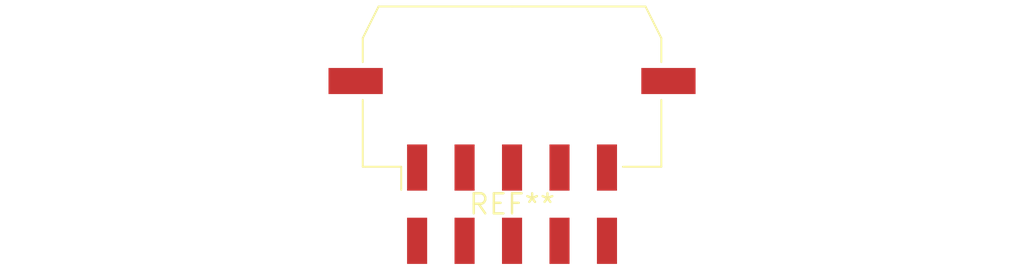
<source format=kicad_pcb>
(kicad_pcb (version 20240108) (generator pcbnew)
  (layers (0 "F.Cu" signal) (31 "B.Cu" signal) (34 "B.Paste" user) (35 "F.Paste" user) (36 "B.SilkS" user "B.Silkscreen") (37 "F.SilkS" user "F.Silkscreen") (38 "B.Mask" user) (39 "F.Mask" user) (44 "Edge.Cuts" user))
  (net 0 "")
  (footprint "Molex_Micro-Fit_3.0_43045-1010_2x05-1MP_P3.00mm_Horizontal" (layer "F.Cu") (at 0 0)
    (property "Reference" "REF**")
    (property "Value" "Molex_Micro-Fit_3.0_43045-1010_2x05-1MP_P3.00mm_Horizontal")
    (fp_line (start -9.435 -10.495) (end -9.435 -8.98) (layer "F.SilkS") (stroke (width 0.12)))
    (fp_line (start -9.435 -6.59) (end -9.435 -2.365) (layer "F.SilkS") (stroke (width 0.12)))
    (fp_line (start -9.435 -2.365) (end -7.005 -2.365) (layer "F.SilkS") (stroke (width 0.12)))
    (fp_line (start -8.435 -12.495) (end -9.435 -10.495) (layer "F.SilkS") (stroke (width 0.12)))
    (fp_line (start -7.005 -2.365) (end -7.005 -0.905) (layer "F.SilkS") (stroke (width 0.12)))
    (fp_line (start 0 -12.495) (end -8.435 -12.495) (layer "F.SilkS") (stroke (width 0.12)))
    (fp_line (start 0 -12.495) (end 8.435 -12.495) (layer "F.SilkS") (stroke (width 0.12)))
    (fp_line (start 8.435 -12.495) (end 9.435 -10.495) (layer "F.SilkS") (stroke (width 0.12)))
    (fp_line (start 9.435 -10.495) (end 9.435 -8.98) (layer "F.SilkS") (stroke (width 0.12)))
    (fp_line (start 9.435 -6.59) (end 9.435 -2.365) (layer "F.SilkS") (stroke (width 0.12)))
    (fp_line (start 9.435 -2.365) (end 7.005 -2.365) (layer "F.SilkS") (stroke (width 0.12)))
    (pad "1" smd rect (at -6 -2.315) (size 1.27 2.92) (layers "F.Cu" "F.Paste" "F.Mask"))
    (pad "2" smd rect (at -3 -2.315) (size 1.27 2.92) (layers "F.Cu" "F.Paste" "F.Mask"))
    (pad "3" smd rect (at 0 -2.315) (size 1.27 2.92) (layers "F.Cu" "F.Paste" "F.Mask"))
    (pad "4" smd rect (at 3 -2.315) (size 1.27 2.92) (layers "F.Cu" "F.Paste" "F.Mask"))
    (pad "5" smd rect (at 6 -2.315) (size 1.27 2.92) (layers "F.Cu" "F.Paste" "F.Mask"))
    (pad "6" smd rect (at -6 2.315) (size 1.27 2.92) (layers "F.Cu" "F.Paste" "F.Mask"))
    (pad "7" smd rect (at -3 2.315) (size 1.27 2.92) (layers "F.Cu" "F.Paste" "F.Mask"))
    (pad "8" smd rect (at 0 2.315) (size 1.27 2.92) (layers "F.Cu" "F.Paste" "F.Mask"))
    (pad "9" smd rect (at 3 2.315) (size 1.27 2.92) (layers "F.Cu" "F.Paste" "F.Mask"))
    (pad "10" smd rect (at 6 2.315) (size 1.27 2.92) (layers "F.Cu" "F.Paste" "F.Mask"))
    (pad "MP" smd rect (at -9.885 -7.785) (size 3.43 1.65) (layers "F.Cu" "F.Paste" "F.Mask"))
    (pad "MP" smd rect (at 9.885 -7.785) (size 3.43 1.65) (layers "F.Cu" "F.Paste" "F.Mask"))
  )
)
</source>
